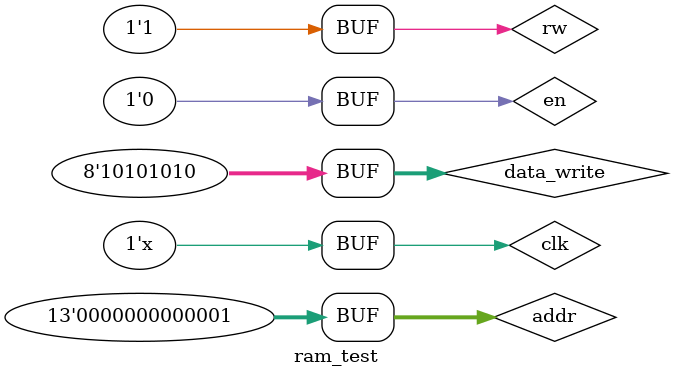
<source format=v>
`timescale 1ns / 1ps


module ram_test;

	// Inputs
	reg [12:0] addr;
	reg clk;
	reg rw;
	reg en;

	wire [7:0] data_read;
	reg [7:0] data_write;

	// Instantiate the Unit Under Test (UUT)
	SRAM_8K uut (
		.data_in(data_write), 
		.data_out(data_read), 
		.addr(addr), 
		.clk(clk), 
		.rw(rw), 
		.en(en)
	);
	
	initial begin
		// Initialize Inputs
		addr = 0;
		clk = 0;
		rw = 0;
		en = 0;
		data_write = 8'h00;

		// Wait 100 ns for global reset to finish
		#100;
        
		// Add stimulus here
		
		en = 0;
		rw = 0;
		data_write = 8'hFF;		//write
		#20;
		
		en = 1;
		rw = 0;
		data_write = 8'hFF;		//write
		
		#20;
		rw = 1;						//read
		
		#20;	
		addr = 1;
		rw = 0;
		data_write = 8'hAA;		//write
		
		#20;
		addr = 0;
		rw = 1;

		#20;
		addr = 1;
		rw = 1;
		
		#20;
		en = 0;
		
		#20;
		en = 1;
		
		#20;
		en = 0;
		
	end
		
	always #5 begin
		clk = ~clk;
	end
	
endmodule


</source>
